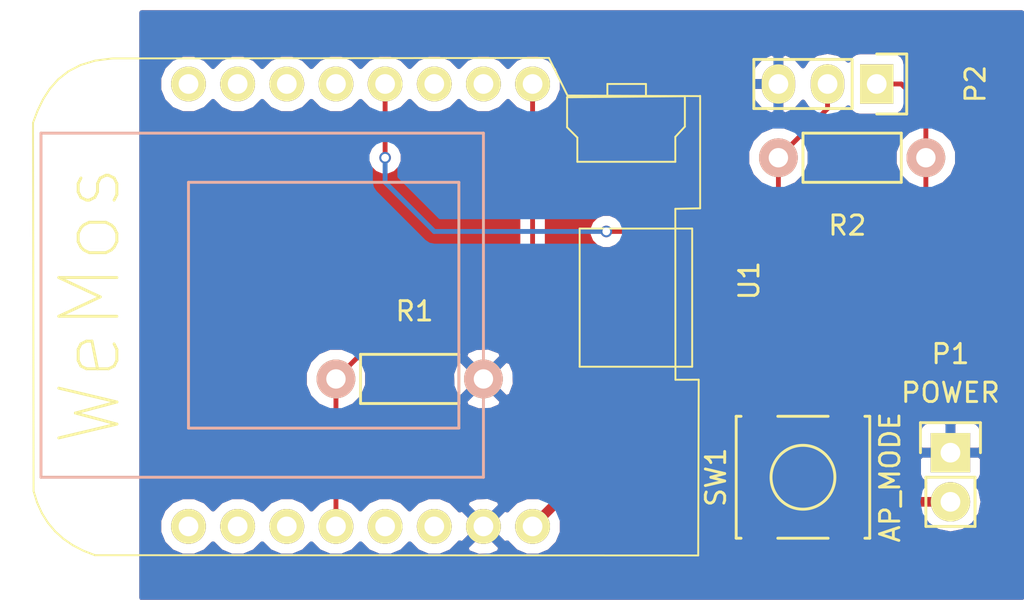
<source format=kicad_pcb>
(kicad_pcb (version 4) (host pcbnew 4.0.3-stable)

  (general
    (links 13)
    (no_connects 2)
    (area -4.414286 -6.075 156.210001 109.220001)
    (thickness 1.6)
    (drawings 0)
    (tracks 32)
    (zones 0)
    (modules 6)
    (nets 17)
  )

  (page A4)
  (layers
    (0 F.Cu signal)
    (31 B.Cu signal)
    (32 B.Adhes user)
    (33 F.Adhes user)
    (34 B.Paste user)
    (35 F.Paste user)
    (36 B.SilkS user)
    (37 F.SilkS user)
    (38 B.Mask user)
    (39 F.Mask user)
    (40 Dwgs.User user)
    (41 Cmts.User user)
    (42 Eco1.User user)
    (43 Eco2.User user)
    (44 Edge.Cuts user)
    (45 Margin user)
    (46 B.CrtYd user)
    (47 F.CrtYd user)
    (48 B.Fab user)
    (49 F.Fab user)
  )

  (setup
    (last_trace_width 0.25)
    (trace_clearance 0.2)
    (zone_clearance 0.508)
    (zone_45_only no)
    (trace_min 0.2)
    (segment_width 0.2)
    (edge_width 0.15)
    (via_size 0.6)
    (via_drill 0.4)
    (via_min_size 0.4)
    (via_min_drill 0.3)
    (uvia_size 0.3)
    (uvia_drill 0.1)
    (uvias_allowed no)
    (uvia_min_size 0.2)
    (uvia_min_drill 0.1)
    (pcb_text_width 0.3)
    (pcb_text_size 1.5 1.5)
    (mod_edge_width 0.15)
    (mod_text_size 1 1)
    (mod_text_width 0.15)
    (pad_size 1.524 1.524)
    (pad_drill 0.762)
    (pad_to_mask_clearance 0.2)
    (aux_axis_origin 0 0)
    (visible_elements 7FFFFFFF)
    (pcbplotparams
      (layerselection 0x00030_80000001)
      (usegerberextensions false)
      (excludeedgelayer true)
      (linewidth 0.100000)
      (plotframeref false)
      (viasonmask false)
      (mode 1)
      (useauxorigin false)
      (hpglpennumber 1)
      (hpglpenspeed 20)
      (hpglpendiameter 15)
      (hpglpenoverlay 2)
      (psnegative false)
      (psa4output false)
      (plotreference true)
      (plotvalue true)
      (plotinvisibletext false)
      (padsonsilk false)
      (subtractmaskfromsilk false)
      (outputformat 1)
      (mirror false)
      (drillshape 1)
      (scaleselection 1)
      (outputdirectory ""))
  )

  (net 0 "")
  (net 1 GND)
  (net 2 /+5V)
  (net 3 "Net-(U1-Pad8)")
  (net 4 "Net-(U1-Pad7)")
  (net 5 "Net-(U1-Pad6)")
  (net 6 "Net-(U1-Pad4)")
  (net 7 "Net-(U1-Pad3)")
  (net 8 "Net-(U1-Pad15)")
  (net 9 "Net-(U1-Pad14)")
  (net 10 "Net-(U1-Pad12)")
  (net 11 "Net-(U1-Pad11)")
  (net 12 "Net-(U1-Pad10)")
  (net 13 "Net-(U1-Pad9)")
  (net 14 +3V3)
  (net 15 GPIO12)
  (net 16 GPIO4)

  (net_class Default "This is the default net class."
    (clearance 0.2)
    (trace_width 0.25)
    (via_dia 0.6)
    (via_drill 0.4)
    (uvia_dia 0.3)
    (uvia_drill 0.1)
    (add_net GND)
    (add_net GPIO12)
    (add_net GPIO4)
    (add_net "Net-(U1-Pad10)")
    (add_net "Net-(U1-Pad11)")
    (add_net "Net-(U1-Pad12)")
    (add_net "Net-(U1-Pad14)")
    (add_net "Net-(U1-Pad15)")
    (add_net "Net-(U1-Pad3)")
    (add_net "Net-(U1-Pad4)")
    (add_net "Net-(U1-Pad6)")
    (add_net "Net-(U1-Pad7)")
    (add_net "Net-(U1-Pad8)")
    (add_net "Net-(U1-Pad9)")
  )

  (net_class Power ""
    (clearance 0.2)
    (trace_width 0.5)
    (via_dia 0.6)
    (via_drill 0.4)
    (uvia_dia 0.3)
    (uvia_drill 0.1)
    (add_net +3V3)
    (add_net /+5V)
  )

  (module Pin_Headers:Pin_Header_Straight_1x02 (layer F.Cu) (tedit 57AA06F8) (tstamp 57AA036C)
    (at 152.4 101.6)
    (descr "Through hole pin header")
    (tags "pin header")
    (path /57AA02BA)
    (fp_text reference P1 (at 0 -5.1) (layer F.SilkS)
      (effects (font (size 1 1) (thickness 0.15)))
    )
    (fp_text value POWER (at 0 -3.1) (layer F.SilkS)
      (effects (font (size 1 1) (thickness 0.15)))
    )
    (fp_line (start 1.27 1.27) (end 1.27 3.81) (layer F.SilkS) (width 0.15))
    (fp_line (start 1.55 -1.55) (end 1.55 0) (layer F.SilkS) (width 0.15))
    (fp_line (start -1.75 -1.75) (end -1.75 4.3) (layer F.CrtYd) (width 0.05))
    (fp_line (start 1.75 -1.75) (end 1.75 4.3) (layer F.CrtYd) (width 0.05))
    (fp_line (start -1.75 -1.75) (end 1.75 -1.75) (layer F.CrtYd) (width 0.05))
    (fp_line (start -1.75 4.3) (end 1.75 4.3) (layer F.CrtYd) (width 0.05))
    (fp_line (start 1.27 1.27) (end -1.27 1.27) (layer F.SilkS) (width 0.15))
    (fp_line (start -1.55 0) (end -1.55 -1.55) (layer F.SilkS) (width 0.15))
    (fp_line (start -1.55 -1.55) (end 1.55 -1.55) (layer F.SilkS) (width 0.15))
    (fp_line (start -1.27 1.27) (end -1.27 3.81) (layer F.SilkS) (width 0.15))
    (fp_line (start -1.27 3.81) (end 1.27 3.81) (layer F.SilkS) (width 0.15))
    (pad 1 thru_hole rect (at 0 0) (size 2.032 2.032) (drill 1.016) (layers *.Cu *.Mask F.SilkS)
      (net 1 GND))
    (pad 2 thru_hole oval (at 0 2.54) (size 2.032 2.032) (drill 1.016) (layers *.Cu *.Mask F.SilkS)
      (net 2 /+5V))
    (model Pin_Headers.3dshapes/Pin_Header_Straight_1x02.wrl
      (at (xyz 0 -0.05 0))
      (scale (xyz 1 1 1))
      (rotate (xyz 0 0 90))
    )
  )

  (module Resistors_ThroughHole:Resistor_Horizontal_RM7mm (layer F.Cu) (tedit 569FCF07) (tstamp 57AA0372)
    (at 120.65 97.79)
    (descr "Resistor, Axial,  RM 7.62mm, 1/3W,")
    (tags "Resistor Axial RM 7.62mm 1/3W R3")
    (path /57AA0183)
    (fp_text reference R1 (at 4.05892 -3.50012) (layer F.SilkS)
      (effects (font (size 1 1) (thickness 0.15)))
    )
    (fp_text value 10k (at 3.81 3.81) (layer F.Fab)
      (effects (font (size 1 1) (thickness 0.15)))
    )
    (fp_line (start -1.25 -1.5) (end 8.85 -1.5) (layer F.CrtYd) (width 0.05))
    (fp_line (start -1.25 1.5) (end -1.25 -1.5) (layer F.CrtYd) (width 0.05))
    (fp_line (start 8.85 -1.5) (end 8.85 1.5) (layer F.CrtYd) (width 0.05))
    (fp_line (start -1.25 1.5) (end 8.85 1.5) (layer F.CrtYd) (width 0.05))
    (fp_line (start 1.27 -1.27) (end 6.35 -1.27) (layer F.SilkS) (width 0.15))
    (fp_line (start 6.35 -1.27) (end 6.35 1.27) (layer F.SilkS) (width 0.15))
    (fp_line (start 6.35 1.27) (end 1.27 1.27) (layer F.SilkS) (width 0.15))
    (fp_line (start 1.27 1.27) (end 1.27 -1.27) (layer F.SilkS) (width 0.15))
    (pad 1 thru_hole circle (at 0 0) (size 1.99898 1.99898) (drill 1.00076) (layers *.Cu *.SilkS *.Mask)
      (net 16 GPIO4))
    (pad 2 thru_hole circle (at 7.62 0) (size 1.99898 1.99898) (drill 1.00076) (layers *.Cu *.SilkS *.Mask)
      (net 1 GND))
  )

  (module Buttons_Switches_SMD:SW_SPST_B3S-1000 (layer F.Cu) (tedit 57AA0701) (tstamp 57AA037A)
    (at 144.78 102.87 90)
    (descr "Surface Mount Tactile Switch for High-Density Packaging")
    (tags "Tactile Switch")
    (path /57AA0138)
    (attr smd)
    (fp_text reference SW1 (at 0 -4.5 90) (layer F.SilkS)
      (effects (font (size 1 1) (thickness 0.15)))
    )
    (fp_text value AP_MODE (at 0 4.5 90) (layer F.SilkS)
      (effects (font (size 1 1) (thickness 0.15)))
    )
    (fp_line (start -5 3.7) (end 5 3.7) (layer F.CrtYd) (width 0.05))
    (fp_line (start 5 3.7) (end 5 -3.7) (layer F.CrtYd) (width 0.05))
    (fp_line (start 5 -3.7) (end -5 -3.7) (layer F.CrtYd) (width 0.05))
    (fp_line (start -5 -3.7) (end -5 3.7) (layer F.CrtYd) (width 0.05))
    (fp_line (start -3.15 -3.2) (end -3.15 -3.45) (layer F.SilkS) (width 0.15))
    (fp_line (start -3.15 -3.45) (end 3.15 -3.45) (layer F.SilkS) (width 0.15))
    (fp_line (start 3.15 -3.45) (end 3.15 -3.2) (layer F.SilkS) (width 0.15))
    (fp_line (start -3.15 1.3) (end -3.15 -1.3) (layer F.SilkS) (width 0.15))
    (fp_line (start 3.15 3.2) (end 3.15 3.45) (layer F.SilkS) (width 0.15))
    (fp_line (start 3.15 3.45) (end -3.15 3.45) (layer F.SilkS) (width 0.15))
    (fp_line (start -3.15 3.45) (end -3.15 3.2) (layer F.SilkS) (width 0.15))
    (fp_line (start 3.15 -1.3) (end 3.15 1.3) (layer F.SilkS) (width 0.15))
    (fp_circle (center 0 0) (end 1.65 0) (layer F.SilkS) (width 0.15))
    (fp_line (start -3 -3.3) (end 3 -3.3) (layer F.Fab) (width 0.15))
    (fp_line (start 3 -3.3) (end 3 3.3) (layer F.Fab) (width 0.15))
    (fp_line (start 3 3.3) (end -3 3.3) (layer F.Fab) (width 0.15))
    (fp_line (start -3 3.3) (end -3 -3.3) (layer F.Fab) (width 0.15))
    (pad 1 smd rect (at -3.975 -2.25 90) (size 1.55 1.3) (layers F.Cu F.Paste F.Mask)
      (net 16 GPIO4))
    (pad 1 smd rect (at 3.975 -2.25 90) (size 1.55 1.3) (layers F.Cu F.Paste F.Mask)
      (net 16 GPIO4))
    (pad 2 smd rect (at -3.975 2.25 90) (size 1.55 1.3) (layers F.Cu F.Paste F.Mask)
      (net 14 +3V3))
    (pad 2 smd rect (at 3.975 2.25 90) (size 1.55 1.3) (layers F.Cu F.Paste F.Mask)
      (net 14 +3V3))
  )

  (module wemos_d1_mini:D1_mini_board (layer F.Cu) (tedit 5766F65E) (tstamp 57AA038E)
    (at 123.19 93.98 90)
    (path /57A9FDEF)
    (fp_text reference U1 (at 1.27 18.81 90) (layer F.SilkS)
      (effects (font (size 1 1) (thickness 0.15)))
    )
    (fp_text value WeMos_mini (at 1.27 -19.05 90) (layer F.Fab)
      (effects (font (size 1 1) (thickness 0.15)))
    )
    (fp_text user WeMos (at 0 -15.24 90) (layer F.SilkS)
      (effects (font (size 3 3) (thickness 0.15)))
    )
    (fp_line (start -6.35 3.81) (end -6.35 -10.16) (layer B.SilkS) (width 0.15))
    (fp_line (start -6.35 -10.16) (end 6.35 -10.16) (layer B.SilkS) (width 0.15))
    (fp_line (start 6.35 -10.16) (end 6.35 3.81) (layer B.SilkS) (width 0.15))
    (fp_line (start 6.35 3.81) (end -6.35 3.81) (layer B.SilkS) (width 0.15))
    (fp_line (start -8.89 5.08) (end 8.89 5.08) (layer B.SilkS) (width 0.15))
    (fp_line (start 8.89 5.08) (end 8.89 -17.78) (layer B.SilkS) (width 0.15))
    (fp_line (start 8.89 -17.78) (end -8.89 -17.78) (layer B.SilkS) (width 0.15))
    (fp_line (start -8.89 -17.78) (end -8.89 5.08) (layer B.SilkS) (width 0.15))
    (fp_line (start 10.817472 16.277228) (end 5.00618 16.277228) (layer F.SilkS) (width 0.1))
    (fp_line (start 5.00618 16.277228) (end 4.979849 14.993795) (layer F.SilkS) (width 0.1))
    (fp_line (start 4.979849 14.993795) (end -3.851373 15.000483) (layer F.SilkS) (width 0.1))
    (fp_line (start -3.851373 15.000483) (end -3.849397 16.202736) (layer F.SilkS) (width 0.1))
    (fp_line (start -3.849397 16.202736) (end -12.930193 16.176658) (layer F.SilkS) (width 0.1))
    (fp_line (start -12.930193 16.176658) (end -12.916195 -14.993493) (layer F.SilkS) (width 0.1))
    (fp_line (start -12.916195 -14.993493) (end -12.683384 -15.596286) (layer F.SilkS) (width 0.1))
    (fp_line (start -12.683384 -15.596286) (end -12.399901 -16.141167) (layer F.SilkS) (width 0.1))
    (fp_line (start -12.399901 -16.141167) (end -12.065253 -16.627577) (layer F.SilkS) (width 0.1))
    (fp_line (start -12.065253 -16.627577) (end -11.678953 -17.054952) (layer F.SilkS) (width 0.1))
    (fp_line (start -11.678953 -17.054952) (end -11.240512 -17.422741) (layer F.SilkS) (width 0.1))
    (fp_line (start -11.240512 -17.422741) (end -10.74944 -17.730377) (layer F.SilkS) (width 0.1))
    (fp_line (start -10.74944 -17.730377) (end -10.20525 -17.97731) (layer F.SilkS) (width 0.1))
    (fp_line (start -10.20525 -17.97731) (end -9.607453 -18.162976) (layer F.SilkS) (width 0.1))
    (fp_line (start -9.607453 -18.162976) (end 9.43046 -18.191734) (layer F.SilkS) (width 0.1))
    (fp_line (start 9.43046 -18.191734) (end 10.049824 -17.957741) (layer F.SilkS) (width 0.1))
    (fp_line (start 10.049824 -17.957741) (end 10.638018 -17.673258) (layer F.SilkS) (width 0.1))
    (fp_line (start 10.638018 -17.673258) (end 11.181445 -17.323743) (layer F.SilkS) (width 0.1))
    (fp_line (start 11.181445 -17.323743) (end 11.666503 -16.894658) (layer F.SilkS) (width 0.1))
    (fp_line (start 11.666503 -16.894658) (end 12.079595 -16.37146) (layer F.SilkS) (width 0.1))
    (fp_line (start 12.079595 -16.37146) (end 12.407122 -15.739613) (layer F.SilkS) (width 0.1))
    (fp_line (start 12.407122 -15.739613) (end 12.635482 -14.984575) (layer F.SilkS) (width 0.1))
    (fp_line (start 12.635482 -14.984575) (end 12.751078 -14.091807) (layer F.SilkS) (width 0.1))
    (fp_line (start 12.751078 -14.091807) (end 12.776026 8.463285) (layer F.SilkS) (width 0.1))
    (fp_line (start 12.776026 8.463285) (end 10.83248 9.424181) (layer F.SilkS) (width 0.1))
    (fp_line (start 10.83248 9.424181) (end 10.802686 16.232524) (layer F.SilkS) (width 0.1))
    (fp_line (start -3.17965 10.051451) (end 3.959931 10.051451) (layer F.SilkS) (width 0.1))
    (fp_line (start 3.959931 10.051451) (end 3.959931 15.865188) (layer F.SilkS) (width 0.1))
    (fp_line (start 3.959931 15.865188) (end -3.17965 15.865188) (layer F.SilkS) (width 0.1))
    (fp_line (start -3.17965 15.865188) (end -3.17965 10.051451) (layer F.SilkS) (width 0.1))
    (fp_line (start 10.7436 9.402349) (end 9.191378 9.402349) (layer F.SilkS) (width 0.1))
    (fp_line (start 9.191378 9.402349) (end 8.662211 9.931515) (layer F.SilkS) (width 0.1))
    (fp_line (start 8.662211 9.931515) (end 7.40985 9.931515) (layer F.SilkS) (width 0.1))
    (fp_line (start 7.40985 9.931515) (end 7.40985 14.993876) (layer F.SilkS) (width 0.1))
    (fp_line (start 7.40985 14.993876) (end 8.697489 14.993876) (layer F.SilkS) (width 0.1))
    (fp_line (start 8.697489 14.993876) (end 9.226656 15.487765) (layer F.SilkS) (width 0.1))
    (fp_line (start 9.226656 15.487765) (end 10.796517 15.487765) (layer F.SilkS) (width 0.1))
    (fp_line (start 10.796517 15.487765) (end 10.7436 9.402349) (layer F.SilkS) (width 0.1))
    (fp_line (start 10.778878 11.483738) (end 11.431517 11.483738) (layer F.SilkS) (width 0.1))
    (fp_line (start 11.431517 11.483738) (end 11.431517 13.476932) (layer F.SilkS) (width 0.1))
    (fp_line (start 11.431517 13.476932) (end 10.814156 13.476932) (layer F.SilkS) (width 0.1))
    (pad 8 thru_hole circle (at -11.43 -10.16 90) (size 1.8 1.8) (drill 1.016) (layers *.Cu *.Mask F.SilkS)
      (net 3 "Net-(U1-Pad8)"))
    (pad 7 thru_hole circle (at -11.43 -7.62 90) (size 1.8 1.8) (drill 1.016) (layers *.Cu *.Mask F.SilkS)
      (net 4 "Net-(U1-Pad7)"))
    (pad 6 thru_hole circle (at -11.43 -5.08 90) (size 1.8 1.8) (drill 1.016) (layers *.Cu *.Mask F.SilkS)
      (net 5 "Net-(U1-Pad6)"))
    (pad 5 thru_hole circle (at -11.43 -2.54 90) (size 1.8 1.8) (drill 1.016) (layers *.Cu *.Mask F.SilkS)
      (net 16 GPIO4))
    (pad 4 thru_hole circle (at -11.43 0 90) (size 1.8 1.8) (drill 1.016) (layers *.Cu *.Mask F.SilkS)
      (net 6 "Net-(U1-Pad4)"))
    (pad 3 thru_hole circle (at -11.43 2.54 90) (size 1.8 1.8) (drill 1.016) (layers *.Cu *.Mask F.SilkS)
      (net 7 "Net-(U1-Pad3)"))
    (pad 2 thru_hole circle (at -11.43 5.08 90) (size 1.8 1.8) (drill 1.016) (layers *.Cu *.Mask F.SilkS)
      (net 1 GND))
    (pad 1 thru_hole circle (at -11.43 7.62 90) (size 1.8 1.8) (drill 1.016) (layers *.Cu *.Mask F.SilkS)
      (net 2 /+5V))
    (pad 16 thru_hole circle (at 11.43 7.62 90) (size 1.8 1.8) (drill 1.016) (layers *.Cu *.Mask F.SilkS)
      (net 14 +3V3))
    (pad 15 thru_hole circle (at 11.43 5.08 90) (size 1.8 1.8) (drill 1.016) (layers *.Cu *.Mask F.SilkS)
      (net 8 "Net-(U1-Pad15)"))
    (pad 14 thru_hole circle (at 11.43 2.54 90) (size 1.8 1.8) (drill 1.016) (layers *.Cu *.Mask F.SilkS)
      (net 9 "Net-(U1-Pad14)"))
    (pad 13 thru_hole circle (at 11.43 0 90) (size 1.8 1.8) (drill 1.016) (layers *.Cu *.Mask F.SilkS)
      (net 15 GPIO12))
    (pad 12 thru_hole circle (at 11.43 -2.54 90) (size 1.8 1.8) (drill 1.016) (layers *.Cu *.Mask F.SilkS)
      (net 10 "Net-(U1-Pad12)"))
    (pad 11 thru_hole circle (at 11.43 -5.08 90) (size 1.8 1.8) (drill 1.016) (layers *.Cu *.Mask F.SilkS)
      (net 11 "Net-(U1-Pad11)"))
    (pad 10 thru_hole circle (at 11.43 -7.62 90) (size 1.8 1.8) (drill 1.016) (layers *.Cu *.Mask F.SilkS)
      (net 12 "Net-(U1-Pad10)"))
    (pad 9 thru_hole circle (at 11.43 -10.16 90) (size 1.8 1.8) (drill 1.016) (layers *.Cu *.Mask F.SilkS)
      (net 13 "Net-(U1-Pad9)"))
  )

  (module Pin_Headers:Pin_Header_Straight_1x03 (layer F.Cu) (tedit 0) (tstamp 57AA2B93)
    (at 148.59 82.55 270)
    (descr "Through hole pin header")
    (tags "pin header")
    (path /57AA29E4)
    (fp_text reference P2 (at 0 -5.1 270) (layer F.SilkS)
      (effects (font (size 1 1) (thickness 0.15)))
    )
    (fp_text value TEMP_SENS (at 0 -3.1 270) (layer F.Fab)
      (effects (font (size 1 1) (thickness 0.15)))
    )
    (fp_line (start -1.75 -1.75) (end -1.75 6.85) (layer F.CrtYd) (width 0.05))
    (fp_line (start 1.75 -1.75) (end 1.75 6.85) (layer F.CrtYd) (width 0.05))
    (fp_line (start -1.75 -1.75) (end 1.75 -1.75) (layer F.CrtYd) (width 0.05))
    (fp_line (start -1.75 6.85) (end 1.75 6.85) (layer F.CrtYd) (width 0.05))
    (fp_line (start -1.27 1.27) (end -1.27 6.35) (layer F.SilkS) (width 0.15))
    (fp_line (start -1.27 6.35) (end 1.27 6.35) (layer F.SilkS) (width 0.15))
    (fp_line (start 1.27 6.35) (end 1.27 1.27) (layer F.SilkS) (width 0.15))
    (fp_line (start 1.55 -1.55) (end 1.55 0) (layer F.SilkS) (width 0.15))
    (fp_line (start 1.27 1.27) (end -1.27 1.27) (layer F.SilkS) (width 0.15))
    (fp_line (start -1.55 0) (end -1.55 -1.55) (layer F.SilkS) (width 0.15))
    (fp_line (start -1.55 -1.55) (end 1.55 -1.55) (layer F.SilkS) (width 0.15))
    (pad 1 thru_hole rect (at 0 0 270) (size 2.032 1.7272) (drill 1.016) (layers *.Cu *.Mask F.SilkS)
      (net 14 +3V3))
    (pad 2 thru_hole oval (at 0 2.54 270) (size 2.032 1.7272) (drill 1.016) (layers *.Cu *.Mask F.SilkS)
      (net 15 GPIO12))
    (pad 3 thru_hole oval (at 0 5.08 270) (size 2.032 1.7272) (drill 1.016) (layers *.Cu *.Mask F.SilkS)
      (net 1 GND))
    (model Pin_Headers.3dshapes/Pin_Header_Straight_1x03.wrl
      (at (xyz 0 -0.1 0))
      (scale (xyz 1 1 1))
      (rotate (xyz 0 0 90))
    )
  )

  (module Resistors_ThroughHole:Resistor_Horizontal_RM7mm (layer F.Cu) (tedit 569FCF07) (tstamp 57AA2B99)
    (at 151.13 86.36 180)
    (descr "Resistor, Axial,  RM 7.62mm, 1/3W,")
    (tags "Resistor Axial RM 7.62mm 1/3W R3")
    (path /57AA2BE1)
    (fp_text reference R2 (at 4.05892 -3.50012 180) (layer F.SilkS)
      (effects (font (size 1 1) (thickness 0.15)))
    )
    (fp_text value 4k7 (at 3.81 3.81 180) (layer F.Fab)
      (effects (font (size 1 1) (thickness 0.15)))
    )
    (fp_line (start -1.25 -1.5) (end 8.85 -1.5) (layer F.CrtYd) (width 0.05))
    (fp_line (start -1.25 1.5) (end -1.25 -1.5) (layer F.CrtYd) (width 0.05))
    (fp_line (start 8.85 -1.5) (end 8.85 1.5) (layer F.CrtYd) (width 0.05))
    (fp_line (start -1.25 1.5) (end 8.85 1.5) (layer F.CrtYd) (width 0.05))
    (fp_line (start 1.27 -1.27) (end 6.35 -1.27) (layer F.SilkS) (width 0.15))
    (fp_line (start 6.35 -1.27) (end 6.35 1.27) (layer F.SilkS) (width 0.15))
    (fp_line (start 6.35 1.27) (end 1.27 1.27) (layer F.SilkS) (width 0.15))
    (fp_line (start 1.27 1.27) (end 1.27 -1.27) (layer F.SilkS) (width 0.15))
    (pad 1 thru_hole circle (at 0 0 180) (size 1.99898 1.99898) (drill 1.00076) (layers *.Cu *.SilkS *.Mask)
      (net 14 +3V3))
    (pad 2 thru_hole circle (at 7.62 0 180) (size 1.99898 1.99898) (drill 1.00076) (layers *.Cu *.SilkS *.Mask)
      (net 15 GPIO12))
  )

  (segment (start 152.4 104.14) (end 132.08 104.14) (width 0.5) (layer F.Cu) (net 2) (status 400000))
  (segment (start 132.08 104.14) (end 130.81 105.41) (width 0.5) (layer F.Cu) (net 2) (tstamp 57AA2DE4) (status 800000))
  (segment (start 151.13 86.36) (end 151.13 91.44) (width 0.25) (layer F.Cu) (net 14))
  (segment (start 151.13 91.44) (end 149.86 92.71) (width 0.25) (layer F.Cu) (net 14) (tstamp 57AA2D65))
  (segment (start 149.86 92.71) (end 148.59 92.71) (width 0.25) (layer F.Cu) (net 14) (tstamp 57AA2D68))
  (segment (start 148.59 92.71) (end 147.32 93.98) (width 0.25) (layer F.Cu) (net 14) (tstamp 57AA2D6A))
  (segment (start 148.59 82.55) (end 149.86 82.55) (width 0.25) (layer F.Cu) (net 14))
  (segment (start 151.13 83.82) (end 151.13 86.36) (width 0.25) (layer F.Cu) (net 14) (tstamp 57AA2D61))
  (segment (start 149.86 82.55) (end 151.13 83.82) (width 0.25) (layer F.Cu) (net 14) (tstamp 57AA2D5B))
  (segment (start 147.32 93.98) (end 147.32 98.605) (width 0.25) (layer F.Cu) (net 14))
  (segment (start 147.32 98.605) (end 147.03 98.895) (width 0.25) (layer F.Cu) (net 14) (tstamp 57AA2D54))
  (segment (start 147.32 93.98) (end 146.05 92.71) (width 0.25) (layer F.Cu) (net 14))
  (segment (start 146.05 92.71) (end 132.08 92.71) (width 0.25) (layer F.Cu) (net 14) (tstamp 57AA2D1E))
  (segment (start 132.08 92.71) (end 130.81 91.44) (width 0.25) (layer F.Cu) (net 14) (tstamp 57AA2D20))
  (segment (start 130.81 91.44) (end 130.81 82.55) (width 0.25) (layer F.Cu) (net 14) (tstamp 57AA2D28))
  (segment (start 143.51 86.36) (end 143.51 88.9) (width 0.25) (layer F.Cu) (net 15))
  (segment (start 123.19 86.36) (end 123.19 82.55) (width 0.25) (layer F.Cu) (net 15) (tstamp 57AA2C14))
  (via (at 123.19 86.36) (size 0.6) (drill 0.4) (layers F.Cu B.Cu) (net 15))
  (segment (start 123.19 87.63) (end 123.19 86.36) (width 0.25) (layer B.Cu) (net 15) (tstamp 57AA2C11))
  (segment (start 125.73 90.17) (end 123.19 87.63) (width 0.25) (layer B.Cu) (net 15) (tstamp 57AA2C10))
  (segment (start 134.62 90.17) (end 125.73 90.17) (width 0.25) (layer B.Cu) (net 15) (tstamp 57AA2C0F))
  (via (at 134.62 90.17) (size 0.6) (drill 0.4) (layers F.Cu B.Cu) (net 15))
  (segment (start 142.24 90.17) (end 134.62 90.17) (width 0.25) (layer F.Cu) (net 15) (tstamp 57AA2C0C))
  (segment (start 143.51 88.9) (end 142.24 90.17) (width 0.25) (layer F.Cu) (net 15) (tstamp 57AA2C0A))
  (segment (start 146.05 82.55) (end 146.05 83.82) (width 0.25) (layer F.Cu) (net 15))
  (segment (start 146.05 83.82) (end 143.51 86.36) (width 0.25) (layer F.Cu) (net 15) (tstamp 57AA2C06))
  (segment (start 120.65 97.79) (end 123.19 95.25) (width 0.25) (layer F.Cu) (net 16))
  (segment (start 142.53 98.08) (end 142.53 98.895) (width 0.25) (layer F.Cu) (net 16) (tstamp 57AA0792))
  (segment (start 139.7 95.25) (end 142.53 98.08) (width 0.25) (layer F.Cu) (net 16) (tstamp 57AA078F))
  (segment (start 123.19 95.25) (end 139.7 95.25) (width 0.25) (layer F.Cu) (net 16) (tstamp 57AA078A))
  (segment (start 120.65 97.79) (end 120.65 105.41) (width 0.25) (layer F.Cu) (net 16))
  (segment (start 142.53 98.895) (end 142.53 99.35) (width 0.25) (layer F.Cu) (net 16))

  (zone (net 1) (net_name GND) (layer F.Cu) (tstamp 57AA062F) (hatch edge 0.508)
    (connect_pads (clearance 0.508))
    (min_thickness 0.254)
    (fill yes (arc_segments 16) (thermal_gap 0.508) (thermal_bridge_width 0.508))
    (polygon
      (pts
        (xy 156.21 109.22) (xy 110.49 109.22) (xy 110.49 78.74) (xy 156.21 78.74)
      )
    )
    (filled_polygon
      (pts
        (xy 156.083 109.093) (xy 110.617 109.093) (xy 110.617 105.713991) (xy 111.494735 105.713991) (xy 111.727932 106.278371)
        (xy 112.159357 106.710551) (xy 112.72333 106.944733) (xy 113.333991 106.945265) (xy 113.898371 106.712068) (xy 114.300323 106.310818)
        (xy 114.699357 106.710551) (xy 115.26333 106.944733) (xy 115.873991 106.945265) (xy 116.438371 106.712068) (xy 116.840323 106.310818)
        (xy 117.239357 106.710551) (xy 117.80333 106.944733) (xy 118.413991 106.945265) (xy 118.978371 106.712068) (xy 119.380323 106.310818)
        (xy 119.779357 106.710551) (xy 120.34333 106.944733) (xy 120.953991 106.945265) (xy 121.518371 106.712068) (xy 121.920323 106.310818)
        (xy 122.319357 106.710551) (xy 122.88333 106.944733) (xy 123.493991 106.945265) (xy 124.058371 106.712068) (xy 124.460323 106.310818)
        (xy 124.859357 106.710551) (xy 125.42333 106.944733) (xy 126.033991 106.945265) (xy 126.598371 106.712068) (xy 126.820668 106.490159)
        (xy 127.369446 106.490159) (xy 127.455852 106.746643) (xy 128.029336 106.956458) (xy 128.63946 106.930839) (xy 129.084148 106.746643)
        (xy 129.170554 106.490159) (xy 128.27 105.589605) (xy 127.369446 106.490159) (xy 126.820668 106.490159) (xy 127.030551 106.280643)
        (xy 127.039203 106.259806) (xy 127.189841 106.310554) (xy 128.090395 105.41) (xy 128.449605 105.41) (xy 129.350159 106.310554)
        (xy 129.500327 106.259965) (xy 129.507932 106.278371) (xy 129.939357 106.710551) (xy 130.50333 106.944733) (xy 131.113991 106.945265)
        (xy 131.678371 106.712068) (xy 132.110551 106.280643) (xy 132.198017 106.07) (xy 141.23256 106.07) (xy 141.23256 107.62)
        (xy 141.276838 107.855317) (xy 141.41591 108.071441) (xy 141.62811 108.216431) (xy 141.88 108.26744) (xy 143.18 108.26744)
        (xy 143.415317 108.223162) (xy 143.631441 108.08409) (xy 143.776431 107.87189) (xy 143.82744 107.62) (xy 143.82744 106.07)
        (xy 145.73256 106.07) (xy 145.73256 107.62) (xy 145.776838 107.855317) (xy 145.91591 108.071441) (xy 146.12811 108.216431)
        (xy 146.38 108.26744) (xy 147.68 108.26744) (xy 147.915317 108.223162) (xy 148.131441 108.08409) (xy 148.276431 107.87189)
        (xy 148.32744 107.62) (xy 148.32744 106.07) (xy 148.283162 105.834683) (xy 148.14409 105.618559) (xy 147.93189 105.473569)
        (xy 147.68 105.42256) (xy 146.38 105.42256) (xy 146.144683 105.466838) (xy 145.928559 105.60591) (xy 145.783569 105.81811)
        (xy 145.73256 106.07) (xy 143.82744 106.07) (xy 143.783162 105.834683) (xy 143.64409 105.618559) (xy 143.43189 105.473569)
        (xy 143.18 105.42256) (xy 141.88 105.42256) (xy 141.644683 105.466838) (xy 141.428559 105.60591) (xy 141.283569 105.81811)
        (xy 141.23256 106.07) (xy 132.198017 106.07) (xy 132.344733 105.71667) (xy 132.345247 105.126332) (xy 132.446579 105.025)
        (xy 151.011506 105.025) (xy 151.200222 105.307433) (xy 151.735845 105.665325) (xy 152.367655 105.791) (xy 152.432345 105.791)
        (xy 153.064155 105.665325) (xy 153.599778 105.307433) (xy 153.95767 104.77181) (xy 154.083345 104.14) (xy 153.95767 103.50819)
        (xy 153.733034 103.171999) (xy 153.775698 103.154327) (xy 153.954327 102.975699) (xy 154.051 102.74231) (xy 154.051 101.88575)
        (xy 153.89225 101.727) (xy 152.527 101.727) (xy 152.527 101.747) (xy 152.273 101.747) (xy 152.273 101.727)
        (xy 150.90775 101.727) (xy 150.749 101.88575) (xy 150.749 102.74231) (xy 150.845673 102.975699) (xy 151.024302 103.154327)
        (xy 151.066966 103.171999) (xy 151.011506 103.255) (xy 132.080005 103.255) (xy 132.08 103.254999) (xy 131.741325 103.322367)
        (xy 131.45421 103.51421) (xy 131.454208 103.514213) (xy 131.093174 103.875247) (xy 130.506009 103.874735) (xy 129.941629 104.107932)
        (xy 129.509449 104.539357) (xy 129.500797 104.560194) (xy 129.350159 104.509446) (xy 128.449605 105.41) (xy 128.090395 105.41)
        (xy 127.189841 104.509446) (xy 127.039673 104.560035) (xy 127.032068 104.541629) (xy 126.82065 104.329841) (xy 127.369446 104.329841)
        (xy 128.27 105.230395) (xy 129.170554 104.329841) (xy 129.084148 104.073357) (xy 128.510664 103.863542) (xy 127.90054 103.889161)
        (xy 127.455852 104.073357) (xy 127.369446 104.329841) (xy 126.82065 104.329841) (xy 126.600643 104.109449) (xy 126.03667 103.875267)
        (xy 125.426009 103.874735) (xy 124.861629 104.107932) (xy 124.459677 104.509182) (xy 124.060643 104.109449) (xy 123.49667 103.875267)
        (xy 122.886009 103.874735) (xy 122.321629 104.107932) (xy 121.919677 104.509182) (xy 121.520643 104.109449) (xy 121.41 104.063506)
        (xy 121.41 100.45769) (xy 150.749 100.45769) (xy 150.749 101.31425) (xy 150.90775 101.473) (xy 152.273 101.473)
        (xy 152.273 100.10775) (xy 152.527 100.10775) (xy 152.527 101.473) (xy 153.89225 101.473) (xy 154.051 101.31425)
        (xy 154.051 100.45769) (xy 153.954327 100.224301) (xy 153.775698 100.045673) (xy 153.542309 99.949) (xy 152.68575 99.949)
        (xy 152.527 100.10775) (xy 152.273 100.10775) (xy 152.11425 99.949) (xy 151.257691 99.949) (xy 151.024302 100.045673)
        (xy 150.845673 100.224301) (xy 150.749 100.45769) (xy 121.41 100.45769) (xy 121.41 99.244496) (xy 121.574655 99.176462)
        (xy 121.809363 98.942163) (xy 127.297443 98.942163) (xy 127.396042 99.208965) (xy 128.005582 99.435401) (xy 128.655377 99.411341)
        (xy 129.143958 99.208965) (xy 129.242557 98.942163) (xy 128.27 97.969605) (xy 127.297443 98.942163) (xy 121.809363 98.942163)
        (xy 122.034846 98.717073) (xy 122.284206 98.116547) (xy 122.284722 97.525582) (xy 126.624599 97.525582) (xy 126.648659 98.175377)
        (xy 126.851035 98.663958) (xy 127.117837 98.762557) (xy 128.090395 97.79) (xy 128.449605 97.79) (xy 129.422163 98.762557)
        (xy 129.688965 98.663958) (xy 129.915401 98.054418) (xy 129.891341 97.404623) (xy 129.688965 96.916042) (xy 129.422163 96.817443)
        (xy 128.449605 97.79) (xy 128.090395 97.79) (xy 127.117837 96.817443) (xy 126.851035 96.916042) (xy 126.624599 97.525582)
        (xy 122.284722 97.525582) (xy 122.284774 97.466306) (xy 122.215691 97.299111) (xy 122.876965 96.637837) (xy 127.297443 96.637837)
        (xy 128.27 97.610395) (xy 129.242557 96.637837) (xy 129.143958 96.371035) (xy 128.534418 96.144599) (xy 127.884623 96.168659)
        (xy 127.396042 96.371035) (xy 127.297443 96.637837) (xy 122.876965 96.637837) (xy 123.504802 96.01) (xy 139.385198 96.01)
        (xy 141.276789 97.901591) (xy 141.23256 98.12) (xy 141.23256 99.67) (xy 141.276838 99.905317) (xy 141.41591 100.121441)
        (xy 141.62811 100.266431) (xy 141.88 100.31744) (xy 143.18 100.31744) (xy 143.415317 100.273162) (xy 143.631441 100.13409)
        (xy 143.776431 99.92189) (xy 143.82744 99.67) (xy 143.82744 98.12) (xy 143.783162 97.884683) (xy 143.64409 97.668559)
        (xy 143.43189 97.523569) (xy 143.18 97.47256) (xy 142.997362 97.47256) (xy 140.237401 94.712599) (xy 139.990839 94.547852)
        (xy 139.7 94.49) (xy 123.19 94.49) (xy 122.947414 94.538254) (xy 122.89916 94.547852) (xy 122.652599 94.712599)
        (xy 121.141083 96.224115) (xy 120.976547 96.155794) (xy 120.326306 96.155226) (xy 119.725345 96.403538) (xy 119.265154 96.862927)
        (xy 119.015794 97.463453) (xy 119.015226 98.113694) (xy 119.263538 98.714655) (xy 119.722927 99.174846) (xy 119.89 99.244221)
        (xy 119.89 104.063154) (xy 119.781629 104.107932) (xy 119.379677 104.509182) (xy 118.980643 104.109449) (xy 118.41667 103.875267)
        (xy 117.806009 103.874735) (xy 117.241629 104.107932) (xy 116.839677 104.509182) (xy 116.440643 104.109449) (xy 115.87667 103.875267)
        (xy 115.266009 103.874735) (xy 114.701629 104.107932) (xy 114.299677 104.509182) (xy 113.900643 104.109449) (xy 113.33667 103.875267)
        (xy 112.726009 103.874735) (xy 112.161629 104.107932) (xy 111.729449 104.539357) (xy 111.495267 105.10333) (xy 111.494735 105.713991)
        (xy 110.617 105.713991) (xy 110.617 82.853991) (xy 111.494735 82.853991) (xy 111.727932 83.418371) (xy 112.159357 83.850551)
        (xy 112.72333 84.084733) (xy 113.333991 84.085265) (xy 113.898371 83.852068) (xy 114.300323 83.450818) (xy 114.699357 83.850551)
        (xy 115.26333 84.084733) (xy 115.873991 84.085265) (xy 116.438371 83.852068) (xy 116.840323 83.450818) (xy 117.239357 83.850551)
        (xy 117.80333 84.084733) (xy 118.413991 84.085265) (xy 118.978371 83.852068) (xy 119.380323 83.450818) (xy 119.779357 83.850551)
        (xy 120.34333 84.084733) (xy 120.953991 84.085265) (xy 121.518371 83.852068) (xy 121.920323 83.450818) (xy 122.319357 83.850551)
        (xy 122.43 83.896494) (xy 122.43 85.797537) (xy 122.397808 85.829673) (xy 122.255162 86.173201) (xy 122.254838 86.545167)
        (xy 122.396883 86.888943) (xy 122.659673 87.152192) (xy 123.003201 87.294838) (xy 123.375167 87.295162) (xy 123.718943 87.153117)
        (xy 123.982192 86.890327) (xy 124.124838 86.546799) (xy 124.125162 86.174833) (xy 123.983117 85.831057) (xy 123.95 85.797882)
        (xy 123.95 83.896846) (xy 124.058371 83.852068) (xy 124.460323 83.450818) (xy 124.859357 83.850551) (xy 125.42333 84.084733)
        (xy 126.033991 84.085265) (xy 126.598371 83.852068) (xy 127.000323 83.450818) (xy 127.399357 83.850551) (xy 127.96333 84.084733)
        (xy 128.573991 84.085265) (xy 129.138371 83.852068) (xy 129.540323 83.450818) (xy 129.939357 83.850551) (xy 130.05 83.896494)
        (xy 130.05 91.44) (xy 130.107852 91.730839) (xy 130.272599 91.977401) (xy 131.542599 93.247401) (xy 131.78916 93.412148)
        (xy 132.08 93.47) (xy 145.735198 93.47) (xy 146.56 94.294802) (xy 146.56 97.47256) (xy 146.38 97.47256)
        (xy 146.144683 97.516838) (xy 145.928559 97.65591) (xy 145.783569 97.86811) (xy 145.73256 98.12) (xy 145.73256 99.67)
        (xy 145.776838 99.905317) (xy 145.91591 100.121441) (xy 146.12811 100.266431) (xy 146.38 100.31744) (xy 147.68 100.31744)
        (xy 147.915317 100.273162) (xy 148.131441 100.13409) (xy 148.276431 99.92189) (xy 148.32744 99.67) (xy 148.32744 98.12)
        (xy 148.283162 97.884683) (xy 148.14409 97.668559) (xy 148.08 97.624768) (xy 148.08 94.294802) (xy 148.904802 93.47)
        (xy 149.86 93.47) (xy 150.150839 93.412148) (xy 150.397401 93.247401) (xy 151.667401 91.977401) (xy 151.832148 91.73084)
        (xy 151.89 91.44) (xy 151.89 87.814496) (xy 152.054655 87.746462) (xy 152.514846 87.287073) (xy 152.764206 86.686547)
        (xy 152.764774 86.036306) (xy 152.516462 85.435345) (xy 152.057073 84.975154) (xy 151.89 84.905779) (xy 151.89 83.82)
        (xy 151.832148 83.529161) (xy 151.832148 83.52916) (xy 151.667401 83.282599) (xy 150.397401 82.012599) (xy 150.150839 81.847852)
        (xy 150.10104 81.837946) (xy 150.10104 81.534) (xy 150.056762 81.298683) (xy 149.91769 81.082559) (xy 149.70549 80.937569)
        (xy 149.4536 80.88656) (xy 147.7264 80.88656) (xy 147.491083 80.930838) (xy 147.274959 81.06991) (xy 147.129969 81.28211)
        (xy 147.1216 81.323439) (xy 147.10967 81.305585) (xy 146.623489 80.980729) (xy 146.05 80.866655) (xy 145.476511 80.980729)
        (xy 144.99033 81.305585) (xy 144.783539 81.615069) (xy 144.412036 81.199268) (xy 143.884791 80.945291) (xy 143.869026 80.942642)
        (xy 143.637 81.063783) (xy 143.637 82.423) (xy 143.657 82.423) (xy 143.657 82.677) (xy 143.637 82.677)
        (xy 143.637 84.036217) (xy 143.869026 84.157358) (xy 143.884791 84.154709) (xy 144.412036 83.900732) (xy 144.783539 83.484931)
        (xy 144.99033 83.794415) (xy 144.996596 83.798602) (xy 144.001083 84.794115) (xy 143.836547 84.725794) (xy 143.186306 84.725226)
        (xy 142.585345 84.973538) (xy 142.125154 85.432927) (xy 141.875794 86.033453) (xy 141.875226 86.683694) (xy 142.123538 87.284655)
        (xy 142.582927 87.744846) (xy 142.75 87.814221) (xy 142.75 88.585198) (xy 141.925198 89.41) (xy 135.182463 89.41)
        (xy 135.150327 89.377808) (xy 134.806799 89.235162) (xy 134.434833 89.234838) (xy 134.091057 89.376883) (xy 133.827808 89.639673)
        (xy 133.685162 89.983201) (xy 133.684838 90.355167) (xy 133.826883 90.698943) (xy 134.089673 90.962192) (xy 134.433201 91.104838)
        (xy 134.805167 91.105162) (xy 135.148943 90.963117) (xy 135.182118 90.93) (xy 142.24 90.93) (xy 142.530839 90.872148)
        (xy 142.777401 90.707401) (xy 144.047401 89.437401) (xy 144.212148 89.19084) (xy 144.27 88.9) (xy 144.27 87.814496)
        (xy 144.434655 87.746462) (xy 144.894846 87.287073) (xy 145.144206 86.686547) (xy 145.144774 86.036306) (xy 145.075691 85.869111)
        (xy 146.587401 84.357401) (xy 146.752148 84.11084) (xy 146.769935 84.021419) (xy 147.10967 83.794415) (xy 147.119243 83.780087)
        (xy 147.123238 83.801317) (xy 147.26231 84.017441) (xy 147.47451 84.162431) (xy 147.7264 84.21344) (xy 149.4536 84.21344)
        (xy 149.688917 84.169162) (xy 149.905041 84.03009) (xy 150.050031 83.81789) (xy 150.050546 83.815348) (xy 150.37 84.134802)
        (xy 150.37 84.905504) (xy 150.205345 84.973538) (xy 149.745154 85.432927) (xy 149.495794 86.033453) (xy 149.495226 86.683694)
        (xy 149.743538 87.284655) (xy 150.202927 87.744846) (xy 150.37 87.814221) (xy 150.37 91.125198) (xy 149.545198 91.95)
        (xy 148.59 91.95) (xy 148.29916 92.007852) (xy 148.052599 92.172599) (xy 147.32 92.905198) (xy 146.587401 92.172599)
        (xy 146.340839 92.007852) (xy 146.05 91.95) (xy 132.394802 91.95) (xy 131.57 91.125198) (xy 131.57 83.896846)
        (xy 131.678371 83.852068) (xy 132.110551 83.420643) (xy 132.321794 82.911913) (xy 142.024816 82.911913) (xy 142.218046 83.46432)
        (xy 142.607964 83.900732) (xy 143.135209 84.154709) (xy 143.150974 84.157358) (xy 143.383 84.036217) (xy 143.383 82.677)
        (xy 142.169076 82.677) (xy 142.024816 82.911913) (xy 132.321794 82.911913) (xy 132.344733 82.85667) (xy 132.345265 82.246009)
        (xy 132.321333 82.188087) (xy 142.024816 82.188087) (xy 142.169076 82.423) (xy 143.383 82.423) (xy 143.383 81.063783)
        (xy 143.150974 80.942642) (xy 143.135209 80.945291) (xy 142.607964 81.199268) (xy 142.218046 81.63568) (xy 142.024816 82.188087)
        (xy 132.321333 82.188087) (xy 132.112068 81.681629) (xy 131.680643 81.249449) (xy 131.11667 81.015267) (xy 130.506009 81.014735)
        (xy 129.941629 81.247932) (xy 129.539677 81.649182) (xy 129.140643 81.249449) (xy 128.57667 81.015267) (xy 127.966009 81.014735)
        (xy 127.401629 81.247932) (xy 126.999677 81.649182) (xy 126.600643 81.249449) (xy 126.03667 81.015267) (xy 125.426009 81.014735)
        (xy 124.861629 81.247932) (xy 124.459677 81.649182) (xy 124.060643 81.249449) (xy 123.49667 81.015267) (xy 122.886009 81.014735)
        (xy 122.321629 81.247932) (xy 121.919677 81.649182) (xy 121.520643 81.249449) (xy 120.95667 81.015267) (xy 120.346009 81.014735)
        (xy 119.781629 81.247932) (xy 119.379677 81.649182) (xy 118.980643 81.249449) (xy 118.41667 81.015267) (xy 117.806009 81.014735)
        (xy 117.241629 81.247932) (xy 116.839677 81.649182) (xy 116.440643 81.249449) (xy 115.87667 81.015267) (xy 115.266009 81.014735)
        (xy 114.701629 81.247932) (xy 114.299677 81.649182) (xy 113.900643 81.249449) (xy 113.33667 81.015267) (xy 112.726009 81.014735)
        (xy 112.161629 81.247932) (xy 111.729449 81.679357) (xy 111.495267 82.24333) (xy 111.494735 82.853991) (xy 110.617 82.853991)
        (xy 110.617 78.867) (xy 156.083 78.867)
      )
    )
  )
  (zone (net 1) (net_name GND) (layer B.Cu) (tstamp 57AA2E0F) (hatch edge 0.508)
    (connect_pads (clearance 0.508))
    (min_thickness 0.254)
    (fill yes (arc_segments 16) (thermal_gap 0.508) (thermal_bridge_width 0.508))
    (polygon
      (pts
        (xy 110.49 78.74) (xy 156.21 78.74) (xy 156.21 109.22) (xy 110.49 109.22)
      )
    )
    (filled_polygon
      (pts
        (xy 156.083 109.093) (xy 110.617 109.093) (xy 110.617 105.713991) (xy 111.494735 105.713991) (xy 111.727932 106.278371)
        (xy 112.159357 106.710551) (xy 112.72333 106.944733) (xy 113.333991 106.945265) (xy 113.898371 106.712068) (xy 114.300323 106.310818)
        (xy 114.699357 106.710551) (xy 115.26333 106.944733) (xy 115.873991 106.945265) (xy 116.438371 106.712068) (xy 116.840323 106.310818)
        (xy 117.239357 106.710551) (xy 117.80333 106.944733) (xy 118.413991 106.945265) (xy 118.978371 106.712068) (xy 119.380323 106.310818)
        (xy 119.779357 106.710551) (xy 120.34333 106.944733) (xy 120.953991 106.945265) (xy 121.518371 106.712068) (xy 121.920323 106.310818)
        (xy 122.319357 106.710551) (xy 122.88333 106.944733) (xy 123.493991 106.945265) (xy 124.058371 106.712068) (xy 124.460323 106.310818)
        (xy 124.859357 106.710551) (xy 125.42333 106.944733) (xy 126.033991 106.945265) (xy 126.598371 106.712068) (xy 126.820668 106.490159)
        (xy 127.369446 106.490159) (xy 127.455852 106.746643) (xy 128.029336 106.956458) (xy 128.63946 106.930839) (xy 129.084148 106.746643)
        (xy 129.170554 106.490159) (xy 128.27 105.589605) (xy 127.369446 106.490159) (xy 126.820668 106.490159) (xy 127.030551 106.280643)
        (xy 127.039203 106.259806) (xy 127.189841 106.310554) (xy 128.090395 105.41) (xy 128.449605 105.41) (xy 129.350159 106.310554)
        (xy 129.500327 106.259965) (xy 129.507932 106.278371) (xy 129.939357 106.710551) (xy 130.50333 106.944733) (xy 131.113991 106.945265)
        (xy 131.678371 106.712068) (xy 132.110551 106.280643) (xy 132.344733 105.71667) (xy 132.345265 105.106009) (xy 132.112068 104.541629)
        (xy 131.711141 104.14) (xy 150.716655 104.14) (xy 150.84233 104.77181) (xy 151.200222 105.307433) (xy 151.735845 105.665325)
        (xy 152.367655 105.791) (xy 152.432345 105.791) (xy 153.064155 105.665325) (xy 153.599778 105.307433) (xy 153.95767 104.77181)
        (xy 154.083345 104.14) (xy 153.95767 103.50819) (xy 153.733034 103.171999) (xy 153.775698 103.154327) (xy 153.954327 102.975699)
        (xy 154.051 102.74231) (xy 154.051 101.88575) (xy 153.89225 101.727) (xy 152.527 101.727) (xy 152.527 101.747)
        (xy 152.273 101.747) (xy 152.273 101.727) (xy 150.90775 101.727) (xy 150.749 101.88575) (xy 150.749 102.74231)
        (xy 150.845673 102.975699) (xy 151.024302 103.154327) (xy 151.066966 103.171999) (xy 150.84233 103.50819) (xy 150.716655 104.14)
        (xy 131.711141 104.14) (xy 131.680643 104.109449) (xy 131.11667 103.875267) (xy 130.506009 103.874735) (xy 129.941629 104.107932)
        (xy 129.509449 104.539357) (xy 129.500797 104.560194) (xy 129.350159 104.509446) (xy 128.449605 105.41) (xy 128.090395 105.41)
        (xy 127.189841 104.509446) (xy 127.039673 104.560035) (xy 127.032068 104.541629) (xy 126.82065 104.329841) (xy 127.369446 104.329841)
        (xy 128.27 105.230395) (xy 129.170554 104.329841) (xy 129.084148 104.073357) (xy 128.510664 103.863542) (xy 127.90054 103.889161)
        (xy 127.455852 104.073357) (xy 127.369446 104.329841) (xy 126.82065 104.329841) (xy 126.600643 104.109449) (xy 126.03667 103.875267)
        (xy 125.426009 103.874735) (xy 124.861629 104.107932) (xy 124.459677 104.509182) (xy 124.060643 104.109449) (xy 123.49667 103.875267)
        (xy 122.886009 103.874735) (xy 122.321629 104.107932) (xy 121.919677 104.509182) (xy 121.520643 104.109449) (xy 120.95667 103.875267)
        (xy 120.346009 103.874735) (xy 119.781629 104.107932) (xy 119.379677 104.509182) (xy 118.980643 104.109449) (xy 118.41667 103.875267)
        (xy 117.806009 103.874735) (xy 117.241629 104.107932) (xy 116.839677 104.509182) (xy 116.440643 104.109449) (xy 115.87667 103.875267)
        (xy 115.266009 103.874735) (xy 114.701629 104.107932) (xy 114.299677 104.509182) (xy 113.900643 104.109449) (xy 113.33667 103.875267)
        (xy 112.726009 103.874735) (xy 112.161629 104.107932) (xy 111.729449 104.539357) (xy 111.495267 105.10333) (xy 111.494735 105.713991)
        (xy 110.617 105.713991) (xy 110.617 100.45769) (xy 150.749 100.45769) (xy 150.749 101.31425) (xy 150.90775 101.473)
        (xy 152.273 101.473) (xy 152.273 100.10775) (xy 152.527 100.10775) (xy 152.527 101.473) (xy 153.89225 101.473)
        (xy 154.051 101.31425) (xy 154.051 100.45769) (xy 153.954327 100.224301) (xy 153.775698 100.045673) (xy 153.542309 99.949)
        (xy 152.68575 99.949) (xy 152.527 100.10775) (xy 152.273 100.10775) (xy 152.11425 99.949) (xy 151.257691 99.949)
        (xy 151.024302 100.045673) (xy 150.845673 100.224301) (xy 150.749 100.45769) (xy 110.617 100.45769) (xy 110.617 98.113694)
        (xy 119.015226 98.113694) (xy 119.263538 98.714655) (xy 119.722927 99.174846) (xy 120.323453 99.424206) (xy 120.973694 99.424774)
        (xy 121.574655 99.176462) (xy 121.809363 98.942163) (xy 127.297443 98.942163) (xy 127.396042 99.208965) (xy 128.005582 99.435401)
        (xy 128.655377 99.411341) (xy 129.143958 99.208965) (xy 129.242557 98.942163) (xy 128.27 97.969605) (xy 127.297443 98.942163)
        (xy 121.809363 98.942163) (xy 122.034846 98.717073) (xy 122.284206 98.116547) (xy 122.284722 97.525582) (xy 126.624599 97.525582)
        (xy 126.648659 98.175377) (xy 126.851035 98.663958) (xy 127.117837 98.762557) (xy 128.090395 97.79) (xy 128.449605 97.79)
        (xy 129.422163 98.762557) (xy 129.688965 98.663958) (xy 129.915401 98.054418) (xy 129.891341 97.404623) (xy 129.688965 96.916042)
        (xy 129.422163 96.817443) (xy 128.449605 97.79) (xy 128.090395 97.79) (xy 127.117837 96.817443) (xy 126.851035 96.916042)
        (xy 126.624599 97.525582) (xy 122.284722 97.525582) (xy 122.284774 97.466306) (xy 122.036462 96.865345) (xy 121.809351 96.637837)
        (xy 127.297443 96.637837) (xy 128.27 97.610395) (xy 129.242557 96.637837) (xy 129.143958 96.371035) (xy 128.534418 96.144599)
        (xy 127.884623 96.168659) (xy 127.396042 96.371035) (xy 127.297443 96.637837) (xy 121.809351 96.637837) (xy 121.577073 96.405154)
        (xy 120.976547 96.155794) (xy 120.326306 96.155226) (xy 119.725345 96.403538) (xy 119.265154 96.862927) (xy 119.015794 97.463453)
        (xy 119.015226 98.113694) (xy 110.617 98.113694) (xy 110.617 86.545167) (xy 122.254838 86.545167) (xy 122.396883 86.888943)
        (xy 122.43 86.922118) (xy 122.43 87.63) (xy 122.487852 87.920839) (xy 122.652599 88.167401) (xy 125.192599 90.707401)
        (xy 125.43916 90.872148) (xy 125.487414 90.881746) (xy 125.73 90.93) (xy 134.057537 90.93) (xy 134.089673 90.962192)
        (xy 134.433201 91.104838) (xy 134.805167 91.105162) (xy 135.148943 90.963117) (xy 135.412192 90.700327) (xy 135.554838 90.356799)
        (xy 135.555162 89.984833) (xy 135.413117 89.641057) (xy 135.150327 89.377808) (xy 134.806799 89.235162) (xy 134.434833 89.234838)
        (xy 134.091057 89.376883) (xy 134.057882 89.41) (xy 126.044802 89.41) (xy 123.95 87.315198) (xy 123.95 86.922463)
        (xy 123.982192 86.890327) (xy 124.067993 86.683694) (xy 141.875226 86.683694) (xy 142.123538 87.284655) (xy 142.582927 87.744846)
        (xy 143.183453 87.994206) (xy 143.833694 87.994774) (xy 144.434655 87.746462) (xy 144.894846 87.287073) (xy 145.144206 86.686547)
        (xy 145.144208 86.683694) (xy 149.495226 86.683694) (xy 149.743538 87.284655) (xy 150.202927 87.744846) (xy 150.803453 87.994206)
        (xy 151.453694 87.994774) (xy 152.054655 87.746462) (xy 152.514846 87.287073) (xy 152.764206 86.686547) (xy 152.764774 86.036306)
        (xy 152.516462 85.435345) (xy 152.057073 84.975154) (xy 151.456547 84.725794) (xy 150.806306 84.725226) (xy 150.205345 84.973538)
        (xy 149.745154 85.432927) (xy 149.495794 86.033453) (xy 149.495226 86.683694) (xy 145.144208 86.683694) (xy 145.144774 86.036306)
        (xy 144.896462 85.435345) (xy 144.437073 84.975154) (xy 143.836547 84.725794) (xy 143.186306 84.725226) (xy 142.585345 84.973538)
        (xy 142.125154 85.432927) (xy 141.875794 86.033453) (xy 141.875226 86.683694) (xy 124.067993 86.683694) (xy 124.124838 86.546799)
        (xy 124.125162 86.174833) (xy 123.983117 85.831057) (xy 123.720327 85.567808) (xy 123.376799 85.425162) (xy 123.004833 85.424838)
        (xy 122.661057 85.566883) (xy 122.397808 85.829673) (xy 122.255162 86.173201) (xy 122.254838 86.545167) (xy 110.617 86.545167)
        (xy 110.617 82.853991) (xy 111.494735 82.853991) (xy 111.727932 83.418371) (xy 112.159357 83.850551) (xy 112.72333 84.084733)
        (xy 113.333991 84.085265) (xy 113.898371 83.852068) (xy 114.300323 83.450818) (xy 114.699357 83.850551) (xy 115.26333 84.084733)
        (xy 115.873991 84.085265) (xy 116.438371 83.852068) (xy 116.840323 83.450818) (xy 117.239357 83.850551) (xy 117.80333 84.084733)
        (xy 118.413991 84.085265) (xy 118.978371 83.852068) (xy 119.380323 83.450818) (xy 119.779357 83.850551) (xy 120.34333 84.084733)
        (xy 120.953991 84.085265) (xy 121.518371 83.852068) (xy 121.920323 83.450818) (xy 122.319357 83.850551) (xy 122.88333 84.084733)
        (xy 123.493991 84.085265) (xy 124.058371 83.852068) (xy 124.460323 83.450818) (xy 124.859357 83.850551) (xy 125.42333 84.084733)
        (xy 126.033991 84.085265) (xy 126.598371 83.852068) (xy 127.000323 83.450818) (xy 127.399357 83.850551) (xy 127.96333 84.084733)
        (xy 128.573991 84.085265) (xy 129.138371 83.852068) (xy 129.540323 83.450818) (xy 129.939357 83.850551) (xy 130.50333 84.084733)
        (xy 131.113991 84.085265) (xy 131.678371 83.852068) (xy 132.110551 83.420643) (xy 132.321794 82.911913) (xy 142.024816 82.911913)
        (xy 142.218046 83.46432) (xy 142.607964 83.900732) (xy 143.135209 84.154709) (xy 143.150974 84.157358) (xy 143.383 84.036217)
        (xy 143.383 82.677) (xy 142.169076 82.677) (xy 142.024816 82.911913) (xy 132.321794 82.911913) (xy 132.344733 82.85667)
        (xy 132.345265 82.246009) (xy 132.321333 82.188087) (xy 142.024816 82.188087) (xy 142.169076 82.423) (xy 143.383 82.423)
        (xy 143.383 81.063783) (xy 143.637 81.063783) (xy 143.637 82.423) (xy 143.657 82.423) (xy 143.657 82.677)
        (xy 143.637 82.677) (xy 143.637 84.036217) (xy 143.869026 84.157358) (xy 143.884791 84.154709) (xy 144.412036 83.900732)
        (xy 144.783539 83.484931) (xy 144.99033 83.794415) (xy 145.476511 84.119271) (xy 146.05 84.233345) (xy 146.623489 84.119271)
        (xy 147.10967 83.794415) (xy 147.119243 83.780087) (xy 147.123238 83.801317) (xy 147.26231 84.017441) (xy 147.47451 84.162431)
        (xy 147.7264 84.21344) (xy 149.4536 84.21344) (xy 149.688917 84.169162) (xy 149.905041 84.03009) (xy 150.050031 83.81789)
        (xy 150.10104 83.566) (xy 150.10104 81.534) (xy 150.056762 81.298683) (xy 149.91769 81.082559) (xy 149.70549 80.937569)
        (xy 149.4536 80.88656) (xy 147.7264 80.88656) (xy 147.491083 80.930838) (xy 147.274959 81.06991) (xy 147.129969 81.28211)
        (xy 147.1216 81.323439) (xy 147.10967 81.305585) (xy 146.623489 80.980729) (xy 146.05 80.866655) (xy 145.476511 80.980729)
        (xy 144.99033 81.305585) (xy 144.783539 81.615069) (xy 144.412036 81.199268) (xy 143.884791 80.945291) (xy 143.869026 80.942642)
        (xy 143.637 81.063783) (xy 143.383 81.063783) (xy 143.150974 80.942642) (xy 143.135209 80.945291) (xy 142.607964 81.199268)
        (xy 142.218046 81.63568) (xy 142.024816 82.188087) (xy 132.321333 82.188087) (xy 132.112068 81.681629) (xy 131.680643 81.249449)
        (xy 131.11667 81.015267) (xy 130.506009 81.014735) (xy 129.941629 81.247932) (xy 129.539677 81.649182) (xy 129.140643 81.249449)
        (xy 128.57667 81.015267) (xy 127.966009 81.014735) (xy 127.401629 81.247932) (xy 126.999677 81.649182) (xy 126.600643 81.249449)
        (xy 126.03667 81.015267) (xy 125.426009 81.014735) (xy 124.861629 81.247932) (xy 124.459677 81.649182) (xy 124.060643 81.249449)
        (xy 123.49667 81.015267) (xy 122.886009 81.014735) (xy 122.321629 81.247932) (xy 121.919677 81.649182) (xy 121.520643 81.249449)
        (xy 120.95667 81.015267) (xy 120.346009 81.014735) (xy 119.781629 81.247932) (xy 119.379677 81.649182) (xy 118.980643 81.249449)
        (xy 118.41667 81.015267) (xy 117.806009 81.014735) (xy 117.241629 81.247932) (xy 116.839677 81.649182) (xy 116.440643 81.249449)
        (xy 115.87667 81.015267) (xy 115.266009 81.014735) (xy 114.701629 81.247932) (xy 114.299677 81.649182) (xy 113.900643 81.249449)
        (xy 113.33667 81.015267) (xy 112.726009 81.014735) (xy 112.161629 81.247932) (xy 111.729449 81.679357) (xy 111.495267 82.24333)
        (xy 111.494735 82.853991) (xy 110.617 82.853991) (xy 110.617 78.867) (xy 156.083 78.867)
      )
    )
  )
)

</source>
